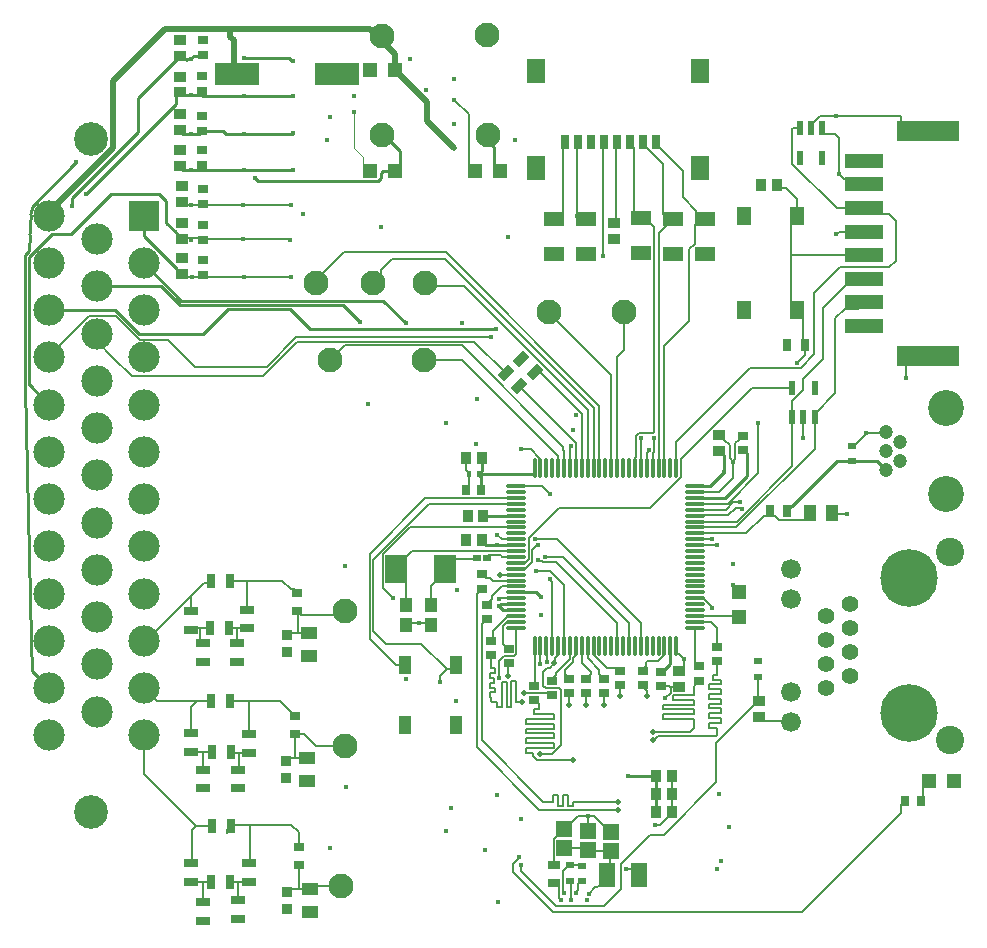
<source format=gtl>
G04*
G04 #@! TF.GenerationSoftware,Altium Limited,Altium Designer,22.11.1 (43)*
G04*
G04 Layer_Physical_Order=1*
G04 Layer_Color=255*
%FSLAX25Y25*%
%MOIN*%
G70*
G04*
G04 #@! TF.SameCoordinates,B9669DE6-A21E-4E6A-9EE2-FAEABAE17C55*
G04*
G04*
G04 #@! TF.FilePolarity,Positive*
G04*
G01*
G75*
%ADD14C,0.01000*%
%ADD20C,0.00600*%
%ADD23R,0.03197X0.02985*%
%ADD24R,0.03937X0.03543*%
G04:AMPARAMS|DCode=25|XSize=49.21mil|YSize=31.5mil|CornerRadius=0mil|HoleSize=0mil|Usage=FLASHONLY|Rotation=45.000|XOffset=0mil|YOffset=0mil|HoleType=Round|Shape=Rectangle|*
%AMROTATEDRECTD25*
4,1,4,-0.00626,-0.02854,-0.02854,-0.00626,0.00626,0.02854,0.02854,0.00626,-0.00626,-0.02854,0.0*
%
%ADD25ROTATEDRECTD25*%

%ADD26R,0.04921X0.03150*%
%ADD27R,0.03150X0.04921*%
%ADD28R,0.03400X0.03100*%
%ADD29R,0.05512X0.04134*%
%ADD30R,0.03591X0.03772*%
%ADD31R,0.04724X0.04724*%
%ADD32R,0.04724X0.04724*%
%ADD33R,0.03150X0.03740*%
%ADD34R,0.03937X0.06299*%
%ADD35R,0.03394X0.02894*%
%ADD36O,0.07087X0.01181*%
%ADD37O,0.01181X0.07087*%
%ADD38R,0.04331X0.04921*%
%ADD39R,0.07480X0.09449*%
%ADD40R,0.02559X0.02362*%
%ADD41R,0.03150X0.03937*%
%ADD42R,0.03963X0.05544*%
%ADD43R,0.02985X0.03197*%
%ADD44R,0.03543X0.03937*%
%ADD45R,0.01575X0.01968*%
%ADD46R,0.03937X0.02953*%
%ADD47R,0.05591X0.08386*%
%ADD48R,0.05709X0.05315*%
%ADD49R,0.04134X0.03543*%
%ADD50R,0.03543X0.02953*%
%ADD51R,0.02362X0.04528*%
%ADD52R,0.07087X0.04528*%
%ADD53R,0.20866X0.06693*%
%ADD54R,0.12598X0.04724*%
%ADD55R,0.05118X0.06102*%
%ADD56R,0.03150X0.04724*%
%ADD57R,0.05906X0.07874*%
%ADD58R,0.14961X0.07677*%
%ADD59R,0.03150X0.02362*%
%ADD76R,0.03150X0.02165*%
%ADD84C,0.10433*%
%ADD85C,0.11221*%
%ADD86R,0.10433X0.10433*%
%ADD94C,0.00400*%
%ADD95C,0.01968*%
%ADD96C,0.00598*%
%ADD97C,0.08268*%
%ADD98C,0.11957*%
%ADD99C,0.05512*%
%ADD100C,0.06614*%
%ADD101C,0.09449*%
%ADD102C,0.19193*%
%ADD103C,0.04724*%
%ADD104C,0.02000*%
%ADD105C,0.01772*%
D14*
X292907Y428393D02*
G03*
X292905Y428328I998J-65D01*
G01*
Y425345D02*
G03*
X292671Y424768I764J-646D01*
G01*
X293139Y431824D02*
G03*
X293105Y431432I6074J-722D01*
G01*
X293098Y289228D02*
G03*
X293099Y289188I6115J142D01*
G01*
X447204Y321260D02*
X454850D01*
X351399Y484433D02*
X351580Y484252D01*
X347399Y484433D02*
X351399D01*
X386221Y393307D02*
X448032D01*
X379528Y400000D02*
X386221Y393307D01*
X342683Y401400D02*
X397025D01*
X343263Y402800D02*
X410586D01*
X330709Y415354D02*
X343263Y402800D01*
X336603Y407480D02*
X342683Y401400D01*
X358661Y400000D02*
X379528D01*
X350394Y391732D02*
X358661Y400000D01*
X397025Y401400D02*
X402756Y395669D01*
X410586Y402800D02*
X418110Y395276D01*
X329134Y391732D02*
X350394D01*
X321260Y399606D02*
X329134Y391732D01*
X299213Y399606D02*
X321260D01*
X328688Y459006D02*
Y470322D01*
X306693Y437011D02*
X328688Y459006D01*
X311417Y438378D02*
X341445Y468406D01*
X306693Y434252D02*
Y437011D01*
X311417Y438189D02*
Y438378D01*
X341445Y468406D02*
Y470874D01*
X341823Y471252D01*
X342913D01*
Y472146D01*
X293139Y431824D02*
X293389Y433929D01*
X308279Y448819D01*
X314961Y407480D02*
X336603D01*
X338189Y428748D02*
X340967Y425970D01*
X335827Y438189D02*
X338189Y435827D01*
X319743Y438189D02*
X335827D01*
X338189Y428748D02*
Y435827D01*
X341840Y424598D02*
X343111Y423327D01*
X340967Y425970D02*
X340967D01*
X306540Y424986D02*
X319743Y438189D01*
X341840Y424598D02*
Y425097D01*
X340967Y425970D02*
X341840Y425097D01*
X330709Y424386D02*
X341840Y413255D01*
Y412787D02*
Y413255D01*
Y412787D02*
X343111Y411516D01*
X330709Y424386D02*
Y431102D01*
X343111Y411516D02*
X343308D01*
X343111Y423327D02*
X343308D01*
X291120Y374223D02*
Y417891D01*
X292033Y418805D01*
X292324Y419447D02*
X292670Y424764D01*
X292520Y374803D02*
Y417311D01*
X292033Y418805D02*
X292324Y419447D01*
X292520Y417311D02*
X300194Y424986D01*
X292905Y425345D02*
Y428328D01*
X292907Y428393D02*
X293105Y431432D01*
X292670Y424764D02*
X292671Y424768D01*
X300194Y424986D02*
X306540D01*
X291120Y374223D02*
X293098Y289228D01*
X292520Y374803D02*
X292813Y374510D01*
X299213Y368110D01*
X293099Y289188D02*
X293389Y279446D01*
X299213Y273622D01*
X328688Y470322D02*
X342717Y484350D01*
X342913D01*
X346560Y471154D02*
X350001D01*
X343119D02*
X346560D01*
X346415Y446457D02*
X349320D01*
X367717Y443701D02*
X367925D01*
X368825Y442801D01*
X408837D01*
X409673Y443636D01*
Y445228D01*
X410508Y446063D01*
X414370D01*
X350001Y471154D02*
X350288Y470866D01*
X364173D01*
X342914Y459154D02*
X343899Y458169D01*
X345965D02*
X346063Y458268D01*
X348316D01*
X350000Y459341D02*
X357194D01*
X348397Y458349D02*
X349008D01*
X343899Y458169D02*
X345965D01*
X348316Y458268D02*
X348397Y458349D01*
X349008D02*
X350000Y459341D01*
X364173Y470866D02*
X380316D01*
X364173Y470866D02*
X364173Y470866D01*
X380316D02*
X380316Y470866D01*
X342914Y471358D02*
X343119Y471154D01*
X346457Y483491D02*
X347399Y484433D01*
X345128Y483317D02*
X346309D01*
X346457Y483465D02*
Y483491D01*
X346309Y483317D02*
X346457Y483465D01*
X344882Y483071D02*
X345128Y483317D01*
X364173Y483571D02*
X379238D01*
X380132Y482677D01*
X380316D01*
X350000Y446456D02*
X352906D01*
X352907Y446457D02*
X358514D01*
X352906Y446456D02*
X352907Y446457D01*
X358514Y446457D02*
X380315D01*
X343801Y446456D02*
X346456D01*
X342914Y447342D02*
X343801Y446456D01*
X349320Y446457D02*
X350000Y447136D01*
X364173Y458268D02*
X364173Y458268D01*
X358268D02*
X364173D01*
X364173Y458268D02*
X380315D01*
X357194Y459341D02*
X358268Y458268D01*
X447547Y447925D02*
Y454029D01*
Y447925D02*
X449409Y446063D01*
X445472Y456104D02*
Y458071D01*
Y456104D02*
X447547Y454029D01*
X416005Y447698D02*
Y452787D01*
X414370Y446063D02*
X416005Y447698D01*
X410919Y457874D02*
X416005Y452787D01*
X410236Y457874D02*
X410919D01*
X447010Y321454D02*
X447204Y321260D01*
X443432Y322726D02*
Y322923D01*
X444704Y321454D02*
X447010D01*
X443432Y322726D02*
X444704Y321454D01*
X506228Y281743D02*
Y287598D01*
X503570Y279085D02*
X506228Y281743D01*
X503275Y279085D02*
X503570D01*
X443006Y343983D02*
Y344180D01*
Y339773D02*
Y343983D01*
X460869Y344873D02*
X460953Y344957D01*
Y347047D01*
X442312Y344873D02*
X460869D01*
X460953Y347047D02*
Y347939D01*
X460869Y348023D02*
X460953Y347939D01*
X444132Y331023D02*
X448875D01*
X443932Y330823D02*
X444132Y331023D01*
X454816Y331068D02*
X454850Y331102D01*
X448920Y331068D02*
X454816D01*
X448875Y331023D02*
X448920Y331068D01*
X454850Y305512D02*
X461447D01*
X463136Y303823D01*
X442312Y344873D02*
X443006Y344180D01*
X442312Y345070D02*
X443395Y346153D01*
X442312Y344676D02*
Y344873D01*
X449075Y301123D02*
X449198D01*
X449650Y301575D01*
X454850D01*
X514299Y340945D02*
X519597D01*
X531847Y344256D02*
Y351984D01*
X530575Y352961D02*
X530870D01*
X531847Y351984D01*
X450457Y299641D02*
X454816D01*
X448989Y301109D02*
X450457Y299641D01*
X454816D02*
X454850Y299606D01*
X514299Y337008D02*
X524598D01*
X531847Y344256D01*
X448989Y301109D02*
Y301123D01*
X524175Y345523D02*
X524175D01*
X519597Y340945D02*
X524175Y345523D01*
X501317Y244423D02*
X501517Y244223D01*
X491975Y244423D02*
X501317D01*
X501517Y238223D02*
Y244223D01*
X501560Y232223D02*
Y238180D01*
X501517Y238223D02*
X501560Y238180D01*
X442312Y344676D02*
X443006Y343983D01*
X443395Y346153D02*
Y350273D01*
X442312Y344873D02*
Y345070D01*
X524043Y345654D02*
X524175Y345523D01*
X524043Y345654D02*
Y351394D01*
X522575Y352665D02*
X522772D01*
X524043Y351394D01*
X561767Y349262D02*
X566875D01*
X546696Y334191D02*
X561767Y349262D01*
X566875D02*
X575162D01*
X578150Y346274D01*
X546302Y334191D02*
X546696D01*
X545227Y333117D02*
X546302Y334191D01*
X545227Y332723D02*
Y333117D01*
D20*
X446261Y310398D02*
X447210Y309449D01*
X454850D01*
X449382Y311333D02*
X449424Y311375D01*
X454808D02*
X454850Y311417D01*
X449424Y311375D02*
X454808D01*
X461417Y312598D02*
X466140D01*
X448425Y324803D02*
X450000Y323228D01*
X419292Y327165D02*
X454850D01*
X410361Y318234D02*
X419292Y327165D01*
X454850Y323228D02*
X454853Y323226D01*
X450000Y323228D02*
X454850D01*
X491475Y213423D02*
X493861D01*
X495866Y211417D01*
X481945Y207230D02*
X482239Y207524D01*
X482741D01*
X485236Y210020D01*
Y211417D01*
X481182Y207230D02*
X481945D01*
X479075Y205123D02*
X481182Y207230D01*
X485236Y211417D02*
X486260Y212441D01*
Y218958D01*
X486475Y219173D01*
X479375D02*
X486260D01*
X486475D01*
X452175Y277523D02*
Y281642D01*
X452362Y281829D01*
X450607Y288180D02*
Y294379D01*
Y288180D02*
X452112Y286675D01*
X452362D01*
X451898Y295669D02*
X454850D01*
X450607Y294379D02*
X451898Y295669D01*
X450625Y284226D02*
X454048D01*
X454850Y285029D02*
Y293701D01*
X449043Y277037D02*
Y282644D01*
X454048Y284226D02*
X454850Y285029D01*
X449043Y282644D02*
X450625Y284226D01*
X425394Y407677D02*
X437344D01*
X424409Y408661D02*
X425394Y407677D01*
X478669Y347047D02*
Y366352D01*
X437344Y407677D02*
X478669Y366352D01*
X407087Y408661D02*
X407874Y407874D01*
X409055D01*
X480638Y347047D02*
Y367117D01*
X431110Y416645D02*
X480638Y367117D01*
X413495Y416645D02*
X431110D01*
X409758Y412908D02*
X413495Y416645D01*
X409758Y408577D02*
Y412908D01*
X409055Y407874D02*
X409758Y408577D01*
X397329Y418898D02*
X431479D01*
X388224Y409793D02*
X397329Y418898D01*
X388224Y408697D02*
Y409793D01*
X482606Y347047D02*
Y367770D01*
X431479Y418898D02*
X482606Y367770D01*
X370472Y377559D02*
X381890Y388976D01*
X440945D01*
X326772Y377559D02*
X370472D01*
X347734Y380764D02*
X371709D01*
X381496Y390551D02*
X446457D01*
X371709Y380764D02*
X381496Y390551D01*
X440945Y388976D02*
X451316Y378605D01*
X451316D01*
X488512Y383839D02*
X490874Y386201D01*
Y398819D01*
X488512Y347047D02*
Y383839D01*
X483858Y455626D02*
X484020Y455787D01*
X483858Y417717D02*
Y455626D01*
X494417Y350157D02*
X494771Y350511D01*
Y357785D01*
X494417Y347047D02*
Y350157D01*
X500700Y359124D02*
Y427253D01*
X496457Y430217D02*
X497736D01*
X500700Y427253D01*
X495177Y430217D02*
X496461D01*
X502447Y356389D02*
Y425183D01*
X502291Y356234D02*
X502447Y356389D01*
Y425183D02*
X507087Y429823D01*
X500349Y358772D02*
X500700Y359124D01*
X495758Y358772D02*
X500349D01*
X502291Y347047D02*
Y356234D01*
X500761Y352290D02*
Y357088D01*
X504260Y387508D02*
X512598Y395847D01*
X504260Y347047D02*
Y387508D01*
X498354Y351950D02*
X499076Y352671D01*
X500323Y351851D02*
X500761Y352290D01*
X498354Y347047D02*
Y351950D01*
X494771Y357785D02*
X495758Y358772D01*
X500323Y347047D02*
Y351851D01*
X499076Y352671D02*
Y352988D01*
X415660Y281236D02*
X416048D01*
X418110Y283298D02*
Y283686D01*
X415660Y281236D02*
X417717D01*
X415048D02*
X415660D01*
X416048D02*
X418110Y283298D01*
X405976Y290108D02*
X414848Y281236D01*
X405976Y290108D02*
Y318377D01*
X424606Y337008D02*
X454850D01*
X405976Y318377D02*
X424606Y337008D01*
X423258Y288362D02*
X431777Y279842D01*
X406976Y292681D02*
X411295Y288362D01*
X423258D01*
X406976Y292681D02*
Y316263D01*
X425752Y335039D02*
X454850D01*
X406976Y316263D02*
X425752Y335039D01*
X431777Y279842D02*
X433071D01*
X434646Y281417D01*
X429514Y277579D02*
X431777Y279842D01*
X429514Y275968D02*
Y277579D01*
X429340Y275794D02*
X429514Y275968D01*
X338723Y389775D02*
X347734Y380764D01*
X321520Y397649D02*
X329394Y389775D01*
X338723D01*
X312510Y397649D02*
X321520D01*
X299213Y384351D02*
X312510Y397649D01*
X299213Y383858D02*
Y384351D01*
X320228Y384103D02*
X326772Y377559D01*
X320228Y384103D02*
X320228Y384103D01*
X314961Y389370D02*
Y391732D01*
Y389370D02*
X320228Y384103D01*
Y384103D02*
Y384103D01*
X392913Y383071D02*
X397747Y387905D01*
X436734D02*
X470575Y354064D01*
X397747Y387905D02*
X436734D01*
X470575Y353023D02*
Y354064D01*
Y353023D02*
X470685Y352913D01*
X343308Y423721D02*
X350190D01*
X363780Y434646D02*
X379922D01*
X346457D02*
X363780D01*
X331383Y289370D02*
X346457Y304443D01*
X330709Y289370D02*
X331383D01*
X330709Y273622D02*
X335039Y269291D01*
X348425D01*
X330709Y244837D02*
X347978Y227568D01*
X330709Y244837D02*
Y257874D01*
X470486Y394081D02*
X486543Y378024D01*
X470486Y394081D02*
Y394081D01*
X465748Y398819D02*
X470486Y394081D01*
X455770Y374151D02*
X474732Y355189D01*
X455770Y374151D02*
Y374151D01*
X474732Y347047D02*
Y355189D01*
X460953Y378875D02*
X461014Y378936D01*
X462816D01*
X476701Y365052D01*
X364961Y309449D02*
X376916D01*
X359449D02*
X364961D01*
Y299803D02*
Y309449D01*
X359449Y309449D02*
X359449Y309449D01*
X376916D02*
X379702Y306662D01*
X410361Y306962D02*
X413779Y303543D01*
X413891D01*
X410361Y306962D02*
Y318234D01*
X379702Y306662D02*
X380640D01*
X381890Y305412D01*
X350675Y308661D02*
X352362D01*
X353150Y309449D01*
X346457Y304443D02*
X350675Y308661D01*
X346457Y299213D02*
Y304443D01*
X384099Y258367D02*
X388135Y254331D01*
X397638D01*
X381102Y258367D02*
X384099D01*
X364173Y410630D02*
X364173Y410630D01*
X379921D01*
X346850Y410630D02*
X364173D01*
X344685Y410630D02*
X346850D01*
X343701Y411614D02*
X344685Y410630D01*
X362353Y246605D02*
Y251969D01*
X362205Y246457D02*
X362353Y246605D01*
Y251969D02*
X365748D01*
X358959D02*
X362353D01*
X359353Y252362D02*
X359842D01*
X358959Y251969D02*
X359353Y252362D01*
X359449Y208079D02*
Y208965D01*
X362598D01*
X365748D01*
X362205Y202922D02*
Y208571D01*
X358858Y293504D02*
X361417D01*
X364961D01*
X361417D02*
X361811Y293110D01*
Y288583D02*
Y293110D01*
X350000Y252362D02*
X353543D01*
X346457D02*
X350000D01*
X350394Y246457D02*
Y251969D01*
X350000Y252362D02*
X350394Y251969D01*
X346457Y208965D02*
X353150D01*
X350394Y202371D02*
Y208571D01*
X346457Y208965D02*
X346457Y208965D01*
X349606Y293701D02*
X352756D01*
X346457D02*
X349606D01*
Y289370D02*
X350394Y288583D01*
X349606Y289370D02*
Y293701D01*
X346457Y292913D02*
X346542Y292828D01*
X346457Y292913D02*
Y293701D01*
X350190Y423721D02*
X350682Y423228D01*
X363779D01*
X379211D02*
X379605Y422835D01*
X379922D01*
X363779Y423228D02*
X379211D01*
X344194Y434646D02*
X346457D01*
X343308Y435532D02*
X344194Y434646D01*
X550098Y199023D02*
X583076Y232000D01*
Y234552D01*
X584350Y235827D01*
X455710Y216916D02*
Y217233D01*
X453775Y214981D02*
X455710Y216916D01*
X453775Y212223D02*
Y214981D01*
Y212223D02*
X466975Y199023D01*
X550098D01*
X528937Y297638D02*
X529134Y297441D01*
X514299Y297638D02*
X528937D01*
X434252Y469685D02*
X439080Y464857D01*
Y448125D02*
Y464857D01*
Y448125D02*
X441142Y446063D01*
X366142Y228132D02*
X379651D01*
X359842D02*
X366142D01*
X359842Y227568D02*
Y228132D01*
X347978Y227568D02*
X353543D01*
X359842Y226682D02*
Y227568D01*
X346850Y226441D02*
X347978Y227568D01*
X358555Y226281D02*
X359842Y227568D01*
X379651Y228132D02*
X382283Y225500D01*
X358555Y225395D02*
X359842Y226682D01*
X358555Y225395D02*
Y226281D01*
X382283Y220776D02*
Y225500D01*
X366142Y215657D02*
Y228132D01*
X346850Y215657D02*
Y226441D01*
X346457Y215264D02*
X346850Y215657D01*
X365748Y215264D02*
X366142Y215657D01*
X382283Y206944D02*
Y214676D01*
X387205Y207489D02*
X396457D01*
X386221Y206505D02*
X387205Y207489D01*
X382283Y206944D02*
X382722Y206505D01*
X386221D01*
X379224D02*
X382722D01*
X378346Y205627D02*
X379224Y206505D01*
X486543Y347047D02*
Y378024D01*
X472869Y347153D02*
Y354317D01*
X472975Y354423D01*
X496421Y347083D02*
Y357051D01*
X496457Y357087D01*
X496386Y347047D02*
X496421Y347083D01*
X476701Y347047D02*
Y365052D01*
X463386Y340945D02*
X466142Y338189D01*
X454850Y340945D02*
X463386D01*
X454850Y315354D02*
X457803D01*
X444623Y310398D02*
X446261D01*
X443476Y311545D02*
X444623Y310398D01*
X460125Y315708D02*
Y319497D01*
X461888Y321260D01*
X546850Y373622D02*
Y373728D01*
X533486Y373622D02*
X546850D01*
X509940Y350076D02*
X533486Y373622D01*
X509940Y344012D02*
Y350076D01*
X499564Y333636D02*
X509940Y344012D01*
X469047Y333636D02*
X499564D01*
X459123Y323712D02*
X469047Y333636D01*
X459123Y316674D02*
Y323712D01*
X457803Y315354D02*
X459123Y316674D01*
X461024Y323228D02*
X468504D01*
X424016Y383071D02*
X436614D01*
X422835D02*
X424016D01*
X514299Y282070D02*
X515525Y280844D01*
X514299Y282070D02*
Y293701D01*
X515525Y280844D02*
X515776D01*
X521673Y287446D02*
Y293681D01*
X514299Y295669D02*
X519685D01*
X521673Y293681D01*
X381890Y299312D02*
X383140Y298062D01*
X383611D02*
X383641Y298031D01*
X396457D02*
X397638Y299213D01*
X383140Y298062D02*
X383611D01*
X383641Y298031D02*
X396457D01*
X378346Y291354D02*
X379842Y289859D01*
X382040Y291929D02*
Y299312D01*
X378346Y291354D02*
Y291445D01*
X382040Y291929D02*
X385827D01*
X378346Y291445D02*
X379096D01*
X379580Y291929D02*
X382040D01*
X379205Y292304D02*
X379580Y291929D01*
X378346Y291445D02*
X379205Y292304D01*
X379096Y291445D02*
X379580Y291929D01*
X348425Y269291D02*
X353150D01*
X346457Y258661D02*
Y267323D01*
X348425Y269291D01*
X365354D02*
X376128D01*
X359449D02*
X365354D01*
X365748Y268898D01*
Y258268D02*
Y268898D01*
X376128Y269291D02*
X380952Y264467D01*
X381102D01*
Y250591D02*
Y258367D01*
Y250591D02*
X381496Y250197D01*
X385039D01*
X378399D02*
X381496D01*
X377953Y249319D02*
X378399Y249765D01*
Y250197D01*
X512598Y419888D02*
X514473Y421762D01*
X512598Y395847D02*
Y419888D01*
X516868Y429823D02*
X517717D01*
X516437D02*
X516868D01*
X514473Y427859D02*
X516437Y429823D01*
X514473Y421762D02*
Y427859D01*
X505807Y429823D02*
X507087D01*
X503843Y431787D02*
X505807Y429823D01*
X503843Y431787D02*
Y448169D01*
X497012Y455000D02*
X503843Y448169D01*
X493956Y430217D02*
Y453725D01*
Y430217D02*
X495177D01*
X488181Y455618D02*
X488350Y455787D01*
X488181Y428360D02*
Y455618D01*
X497012Y455000D02*
Y455787D01*
X510361Y437179D02*
Y445982D01*
X514904Y431787D02*
X516868Y429823D01*
X514904Y431787D02*
Y432635D01*
X510361Y437179D02*
X514904Y432635D01*
X501342Y455000D02*
Y455787D01*
Y455000D02*
X510361Y445982D01*
X492681Y455000D02*
Y455787D01*
X470181Y431102D02*
X470575D01*
Y455335D02*
X471028Y455787D01*
X470575Y455335D02*
X471028Y455787D01*
X470575Y431102D02*
Y455335D01*
X475213Y455787D02*
X475358D01*
X475197Y455772D02*
X475213Y455787D01*
X470575Y455335D02*
X471028Y455787D01*
X475197Y431102D02*
Y455772D01*
X436614Y383071D02*
X468802Y350883D01*
Y347072D02*
X468827Y347047D01*
X468802Y347072D02*
Y350883D01*
X444980Y316929D02*
X445861Y317810D01*
X418499Y317747D02*
X420043Y319291D01*
X450133Y317323D02*
X454850D01*
X445861Y317810D02*
X449646D01*
X418344Y317747D02*
X418499D01*
X420043Y319291D02*
X454850D01*
X449646Y317810D02*
X450133Y317323D01*
X414904Y314307D02*
X418344Y317747D01*
X470472Y317323D02*
X492449Y295346D01*
X464567Y317323D02*
X470472D01*
X463588Y315917D02*
X463869Y315637D01*
X468221D01*
X462429Y315917D02*
X463588D01*
X462205Y316142D02*
X462429Y315917D01*
X457803Y313386D02*
X460125Y315708D01*
X468221Y315637D02*
X488512Y295346D01*
Y287598D02*
Y295346D01*
X468504Y323228D02*
X496386Y295346D01*
X461888Y321260D02*
X462205D01*
X466858Y287598D02*
Y308809D01*
X466140Y312598D02*
X470795Y307943D01*
X466142Y309525D02*
Y309842D01*
Y309525D02*
X466858Y308809D01*
X470795Y287598D02*
Y307943D01*
X535433Y269427D02*
Y277362D01*
Y269427D02*
X535579Y269280D01*
X535585Y282351D02*
Y282410D01*
X535474Y282521D02*
X535585Y282410D01*
X527165Y307677D02*
X529134Y305709D01*
X527165Y307677D02*
Y307874D01*
X472764Y283155D02*
Y287598D01*
X466776Y276844D02*
X467026D01*
X468173Y277991D02*
Y278564D01*
X470975Y279629D02*
X473764Y282418D01*
X467026Y276844D02*
X468173Y277991D01*
X474732Y284488D02*
Y287598D01*
X470975Y278252D02*
Y279629D01*
X473764Y283520D02*
X474732Y284488D01*
X473764Y282418D02*
Y283520D01*
X468173Y278564D02*
X472764Y283155D01*
X470975Y278252D02*
X471951Y277276D01*
X472375D01*
X457375Y272123D02*
X466122D01*
X466775Y271470D01*
X469033Y273646D02*
X469675Y273005D01*
X463943Y274454D02*
X464751Y273646D01*
X469033D01*
X463943Y278979D02*
X465250Y280286D01*
X463943Y274454D02*
Y278979D01*
X469675Y254564D02*
Y273005D01*
X492681Y455000D02*
X493956Y453725D01*
X470685Y347158D02*
X470795Y347047D01*
X470685Y347158D02*
Y352913D01*
X526075Y350323D02*
X527275Y349123D01*
X459772Y353150D02*
X462921Y350000D01*
X456299Y353150D02*
X459772D01*
X462921Y347047D02*
Y350000D01*
X438976Y344882D02*
X439153D01*
X439162Y344873D01*
X417975Y294776D02*
X418474Y295276D01*
X425976D01*
X492449Y287598D02*
Y295346D01*
X496386Y287598D02*
Y295346D01*
X506406Y272054D02*
Y273901D01*
X504575Y270223D02*
X506406Y272054D01*
X454850Y313386D02*
X457803D01*
X441775Y253900D02*
Y304470D01*
Y253900D02*
X462552Y233123D01*
X434246Y316523D02*
X441228D01*
X441634Y316929D01*
X431046Y313323D02*
X434246Y316523D01*
X529065Y333647D02*
X529751D01*
X527241Y335575D02*
X529167D01*
X529345Y335753D01*
X529751Y333647D02*
X529975Y333423D01*
X546835Y347683D02*
Y363902D01*
X514299Y329134D02*
X528286D01*
X546835Y347683D01*
X529038Y333675D02*
X529065Y333647D01*
X514333Y331137D02*
X525490D01*
X528028Y333675D01*
X514299Y333071D02*
X514333Y333037D01*
X524703D01*
X527241Y335575D01*
X528028Y333675D02*
X529038D01*
X514299Y331102D02*
X514333Y331137D01*
X546835Y373744D02*
X546850Y373728D01*
X535575Y345323D02*
Y361759D01*
X535511Y361823D02*
X535575Y361759D01*
X548433Y399673D02*
X550575Y397532D01*
X546433Y401673D02*
X548433Y399673D01*
X443328Y256270D02*
Y274066D01*
X443406Y294402D02*
Y294894D01*
X441775Y304470D02*
X441806Y304502D01*
X471072Y226572D02*
X475322Y230823D01*
X462552Y233123D02*
X488875D01*
X443336Y274074D02*
Y294331D01*
X475322Y230823D02*
X478775D01*
X470875Y226572D02*
X471072D01*
X473978Y235707D02*
X488875D01*
X441806Y304502D02*
Y304994D01*
X443328Y274066D02*
X443336Y274074D01*
Y294331D02*
X443406Y294402D01*
X443328Y256270D02*
X463891Y235707D01*
X444583Y296070D02*
X445075D01*
X443406Y294894D02*
X444583Y296070D01*
X470678Y226572D02*
X470875D01*
X425976Y295276D02*
X426475Y294776D01*
X472764Y347047D02*
X472869Y347153D01*
X414904Y313323D02*
X417975Y310252D01*
Y301469D02*
Y310252D01*
X414904Y313323D02*
Y314307D01*
X431046Y312339D02*
Y313323D01*
X542818Y440351D02*
X544704D01*
X541732Y441437D02*
X542818Y440351D01*
X544704D02*
X548433Y436622D01*
Y430972D02*
Y436622D01*
X462863Y281723D02*
X462892Y281752D01*
Y287569D01*
X462921Y287598D01*
X467861Y282143D02*
Y283522D01*
X467605Y281888D02*
X467861Y282143D01*
X467593Y281888D02*
X467605D01*
X465990Y280286D02*
X467593Y281888D01*
X465001Y282272D02*
X465135Y282138D01*
X464775Y235707D02*
X465678D01*
Y235698D02*
Y235707D01*
Y235698D02*
X467278D01*
Y237903D01*
X468878D01*
Y234207D02*
Y237903D01*
Y234207D02*
X470478D01*
Y237903D01*
X472078D01*
Y234207D02*
Y237903D01*
Y234207D02*
X473678D01*
Y235707D01*
X473978D01*
X521675Y278023D02*
Y280423D01*
X520364Y278023D02*
X521675D01*
X520364Y276423D02*
Y278023D01*
Y276423D02*
X523175D01*
Y274823D02*
Y276423D01*
X519239Y274823D02*
X523175D01*
X519239Y273223D02*
Y274823D01*
Y273223D02*
X523175D01*
Y271623D02*
Y273223D01*
X519239Y271623D02*
X523175D01*
X519239Y270023D02*
Y271623D01*
Y270023D02*
X523175D01*
Y268423D02*
Y270023D01*
X519239Y268423D02*
X523175D01*
X519239Y266823D02*
Y268423D01*
Y266823D02*
X523175D01*
Y265223D02*
Y266823D01*
X519239Y265223D02*
X523175D01*
X519239Y263623D02*
Y265223D01*
Y263623D02*
X523175D01*
Y262023D02*
Y263623D01*
X519239Y262023D02*
X523175D01*
X519239Y260423D02*
Y262023D01*
Y260423D02*
X521675D01*
Y260123D02*
Y260423D01*
X514106Y272875D02*
Y274001D01*
Y272875D02*
X514122D01*
Y271275D02*
Y272875D01*
X507041Y271275D02*
X514122D01*
X507041Y269675D02*
Y271275D01*
Y269675D02*
X514122D01*
Y268075D02*
Y269675D01*
X503771Y268075D02*
X514122D01*
X503771Y266475D02*
Y268075D01*
Y266475D02*
X514122D01*
Y264875D02*
Y266475D01*
X503771Y264875D02*
X514122D01*
X503771Y263275D02*
Y264875D01*
Y263275D02*
X514106D01*
Y262975D02*
Y263275D01*
X446375Y280158D02*
Y283054D01*
Y280158D02*
X447875D01*
Y278558D02*
Y280158D01*
X446072Y278558D02*
X447875D01*
X446072Y276958D02*
Y278558D01*
Y276958D02*
X447343D01*
Y275359D02*
Y276958D01*
X446072Y275359D02*
X447343D01*
X446072Y273759D02*
Y275359D01*
Y273759D02*
X447875D01*
Y272159D02*
Y273759D01*
X446072Y272159D02*
X447875D01*
X446072Y270559D02*
Y272159D01*
Y270559D02*
X446375D01*
Y270258D02*
Y270559D01*
X462554Y266496D02*
Y266888D01*
X460940Y266496D02*
X462554D01*
X460940Y264896D02*
Y266496D01*
Y264896D02*
X467392D01*
Y263296D02*
Y264896D01*
X458003Y263296D02*
X467392D01*
X458003Y261696D02*
Y263296D01*
Y261696D02*
X467392D01*
Y260096D02*
Y261696D01*
X458003Y260096D02*
X467392D01*
X458003Y258496D02*
Y260096D01*
Y258496D02*
X467392D01*
Y256896D02*
Y258496D01*
X458003Y256896D02*
X467392D01*
X458003Y255296D02*
Y256896D01*
Y255296D02*
X467392D01*
Y253696D02*
Y255296D01*
X458003Y253696D02*
X467392D01*
X458003Y252096D02*
Y253696D01*
Y252096D02*
X460307D01*
Y251796D02*
Y252096D01*
X446726Y269023D02*
X448459D01*
Y267327D02*
Y269023D01*
Y267327D02*
X450059D01*
Y275639D01*
X451659D01*
Y267327D02*
Y275639D01*
Y267327D02*
X453259D01*
Y275942D01*
X454859D01*
Y269023D02*
Y275942D01*
Y269023D02*
X456759D01*
X476701Y287598D02*
X476735Y287564D01*
Y281862D02*
Y287564D01*
Y281862D02*
X479775Y278823D01*
X479643Y278691D02*
X479775Y278823D01*
X479643Y278252D02*
Y278691D01*
X478667Y277276D02*
X479643Y278252D01*
X478175Y277276D02*
X478667D01*
X426475Y301469D02*
Y307768D01*
X431046Y312339D01*
X483483Y277276D02*
X483975D01*
X478669Y287598D02*
X478704Y287564D01*
Y283594D02*
X482506Y279791D01*
Y278252D02*
Y279791D01*
Y278252D02*
X483483Y277276D01*
X478704Y283594D02*
Y287564D01*
X480638Y284646D02*
X484955Y280328D01*
X480638Y284646D02*
Y287598D01*
X489222Y280328D02*
X489575Y279976D01*
X484955Y280328D02*
X489222D01*
X445075Y301976D02*
X445567D01*
X446743Y303152D01*
Y304152D01*
X447088Y304497D01*
X447096D01*
X450079Y307480D01*
X454850D01*
X497075Y279876D02*
X497102D01*
X498279Y281052D01*
Y282271D01*
X498630Y282623D01*
X504260Y284789D02*
Y287598D01*
X498630Y282623D02*
X502094D01*
X504260Y284789D01*
X452041Y297638D02*
X454850D01*
X447167Y290768D02*
Y292764D01*
X446375Y289976D02*
X447167Y290768D01*
Y292764D02*
X452041Y297638D01*
X539322Y332339D02*
Y332723D01*
X539519Y332132D02*
X540597Y331054D01*
X540990D01*
X542438Y329607D01*
X549550D01*
X552731Y331332D02*
Y332123D01*
X551050Y329651D02*
X552731Y331332D01*
X549594Y329651D02*
X551050D01*
X549550Y329607D02*
X549594Y329651D01*
X531497Y325197D02*
X537365Y331064D01*
X538047D01*
X539322Y332339D01*
X539519Y332132D02*
Y332526D01*
X514299Y325197D02*
X531497D01*
X489575Y271123D02*
Y274070D01*
X561187Y396835D02*
X564428Y400076D01*
X561187Y371856D02*
Y396835D01*
X568615Y400076D02*
X570677Y402138D01*
X564428Y400076D02*
X568615D01*
X556071Y464323D02*
X561375D01*
X561475Y464223D01*
X561575Y464323D01*
X582764D01*
X562529Y425760D02*
X570677D01*
X561892Y425123D02*
X562529Y425760D01*
X561575Y425123D02*
X561892D01*
X557006Y383354D02*
Y400278D01*
X566740Y410012D01*
X570677D01*
X550375Y376723D02*
X557006Y383354D01*
X550375Y372849D02*
Y376723D01*
X546835Y369309D02*
X550375Y372849D01*
X546835Y363902D02*
Y369309D01*
X564201Y443197D02*
X568988D01*
X570677Y441508D01*
X562437Y444961D02*
X564201Y443197D01*
X554315Y364984D02*
X561187Y371856D01*
X554315Y363902D02*
Y364984D01*
X547254Y460244D02*
X549335D01*
X546902Y459893D02*
X547254Y460244D01*
X546902Y448399D02*
Y459893D01*
Y448399D02*
X561667Y433634D01*
X570677D01*
X583142Y462468D02*
Y463945D01*
Y462468D02*
X586188Y459421D01*
X592252D01*
X582764Y464323D02*
X583142Y463945D01*
X572738Y431573D02*
X579175D01*
X570677Y433634D02*
X572738Y431573D01*
X579175D02*
X579176Y431572D01*
Y431521D02*
Y431572D01*
Y431521D02*
X581375Y429323D01*
Y416023D02*
Y429323D01*
X579175Y413823D02*
X581375Y416023D01*
X562775Y413823D02*
X579175D01*
X554275Y405323D02*
X562775Y413823D01*
X554275Y384923D02*
Y405323D01*
X549675Y380323D02*
X554275Y384923D01*
X532875Y380323D02*
X549675D01*
X508197Y355645D02*
X532875Y380323D01*
X508197Y347047D02*
Y355645D01*
X546496Y417886D02*
X570677D01*
X546433Y417823D02*
X546496Y417886D01*
X584875Y377123D02*
Y381178D01*
X587921Y384224D01*
X592252D01*
X562437Y444961D02*
Y457069D01*
X561225Y458280D02*
X562437Y457069D01*
X557696Y458280D02*
X561225D01*
X514302Y323226D02*
X520086D01*
X514299Y323228D02*
X514302Y323226D01*
X514299Y327165D02*
X528217D01*
X508465Y284819D02*
X509278D01*
X508197Y285088D02*
Y287598D01*
Y285088D02*
X508465Y284819D01*
X449035Y303483D02*
X454790D01*
X448975Y303423D02*
X449035Y303483D01*
X514331Y321291D02*
X521743D01*
X514299Y321260D02*
X514331Y321291D01*
X514299Y338976D02*
X522528D01*
X525291Y335039D02*
X535575Y345323D01*
X514299Y303543D02*
X517203D01*
X520275Y300472D01*
X465001Y282272D02*
Y287487D01*
X464890Y287598D02*
X465001Y287487D01*
X467861Y283522D02*
X468827Y284488D01*
Y287598D01*
X454790Y303483D02*
X454850Y303543D01*
X514299Y335039D02*
X525291D01*
X520275Y300423D02*
Y300472D01*
X527275Y343723D02*
Y349123D01*
X522528Y338976D02*
X527275Y343723D01*
X521743Y321291D02*
X521775Y321323D01*
X509278Y284819D02*
X510875Y283223D01*
X554315Y353263D02*
Y363902D01*
X528217Y327165D02*
X554315Y353263D01*
X520086Y323226D02*
X520089Y323223D01*
X449029Y277023D02*
X449043Y277037D01*
X465250Y280286D02*
X465990D01*
X469775Y202809D02*
Y203126D01*
X467475Y208670D02*
X467967D01*
X469143Y207494D01*
Y203757D02*
Y207494D01*
Y203757D02*
X469775Y203126D01*
X472975Y202809D02*
Y209164D01*
X472775Y209364D02*
X472975Y209164D01*
X567367Y354184D02*
X571151Y357967D01*
Y358299D01*
X577976Y358698D02*
X578150Y358872D01*
X571550Y358698D02*
X577976D01*
X571151Y358299D02*
X571550Y358698D01*
X535875Y263965D02*
X537346Y262494D01*
X546119D01*
X546390Y262223D01*
X489755Y215003D02*
X499375Y224623D01*
X489755Y206640D02*
Y215003D01*
X484238Y201123D02*
X489755Y206640D01*
X456599Y212599D02*
Y214299D01*
X468075Y201123D02*
X484238D01*
X456599Y212599D02*
X468075Y201123D01*
X499375Y224623D02*
X504005D01*
X521522Y242140D01*
X456375Y214523D02*
X456599Y214299D01*
X521522Y242140D02*
Y255223D01*
X535579Y269280D01*
X521323Y257623D02*
X521675Y257974D01*
X502029Y257623D02*
X521323D01*
X521675Y257974D02*
Y260123D01*
X501275Y227823D02*
X501499Y228047D01*
X502896D01*
X466911Y251801D02*
X469675Y254564D01*
X462787Y251801D02*
X466911D01*
X460307Y250991D02*
Y251796D01*
X461630Y249668D02*
X473688D01*
X460307Y250991D02*
X461630Y249668D01*
X462554Y266888D02*
Y268383D01*
X472375Y268023D02*
Y271370D01*
X461767Y269170D02*
X462554Y268383D01*
X521675Y280423D02*
Y282070D01*
X514106Y260254D02*
Y262975D01*
X500575Y259023D02*
X512875D01*
X514106Y260254D01*
Y274001D02*
Y274294D01*
X515283Y275470D01*
X515775D01*
X463891Y235707D02*
X464775D01*
X442983Y306170D02*
X443475D01*
X441806Y304994D02*
X442983Y306170D01*
X446375Y269374D02*
X446726Y269023D01*
X446375Y269374D02*
Y270258D01*
Y283054D02*
Y284070D01*
X500591Y256374D02*
X500780D01*
X502029Y257623D01*
X498375Y270823D02*
Y272794D01*
X470875Y205323D02*
Y205640D01*
X474936Y205362D02*
Y205660D01*
X475575Y206299D01*
X470500Y206015D02*
X470875Y205640D01*
X502896Y228047D02*
X506875Y232026D01*
X461275Y269170D02*
X461767D01*
X478207Y267807D02*
Y271338D01*
X478175Y271370D02*
X478207Y271338D01*
X497075Y273970D02*
X497198D01*
X498375Y272794D01*
X510875Y280852D02*
Y283223D01*
X509275Y279380D02*
X509403D01*
X510875Y280852D01*
X506242Y274065D02*
X509275D01*
X503275Y274361D02*
X505775D01*
X505946D02*
X506406Y273901D01*
X506875Y232026D02*
Y232223D01*
X506832Y238223D02*
Y244223D01*
X506875Y232223D02*
Y238180D01*
X506832Y238223D02*
X506875Y238180D01*
X483975Y271370D02*
X484075Y271270D01*
Y267923D02*
Y271270D01*
X439162Y340867D02*
Y344873D01*
X438068Y339773D02*
X439162Y340867D01*
X438080Y346153D02*
Y350273D01*
Y346153D02*
X439162Y345070D01*
Y344873D02*
Y345070D01*
X467320Y214730D02*
X467475Y214576D01*
X467320Y214730D02*
Y223221D01*
X467745Y223645D01*
X467750D02*
X470678Y226572D01*
X467745Y223645D02*
X467750D01*
X478775Y226072D02*
X478875Y225972D01*
X478775Y226072D02*
Y230823D01*
X486278Y225472D02*
X486475D01*
X480928Y230823D02*
X486278Y225472D01*
X478775Y230823D02*
X480928D01*
X470875Y220273D02*
X478275D01*
X478875Y219673D01*
X479375Y219173D01*
X470500Y206015D02*
Y212601D01*
X472381Y214482D01*
X472775D02*
X476575D01*
X476775Y214282D01*
X472381Y214482D02*
X472775D01*
X476456Y209164D02*
X476775D01*
X475575Y208283D02*
X476456Y209164D01*
X475575Y206299D02*
Y208283D01*
X560218Y332123D02*
X560818Y331523D01*
X564975D01*
X566875Y354184D02*
X567367D01*
X550375Y356823D02*
Y363702D01*
X550575Y363902D01*
X548375Y382123D02*
X551028Y384776D01*
Y387823D01*
X527875Y350040D02*
Y355226D01*
X529103Y356454D02*
Y356509D01*
X530279Y357685D02*
X530575D01*
X529103Y356509D02*
X530279Y357685D01*
X527875Y355226D02*
X529103Y356454D01*
X527275Y349440D02*
X527875Y350040D01*
X526075Y350323D02*
Y354623D01*
X524243Y356454D02*
X526075Y354623D01*
X522575Y357980D02*
X522772D01*
X524243Y356509D01*
Y356454D02*
Y356509D01*
X553075Y461327D02*
X556071Y464323D01*
X553075Y460244D02*
Y461327D01*
X550575Y388276D02*
Y397532D01*
Y388276D02*
X551028Y387823D01*
X546433Y417823D02*
Y428972D01*
X548433Y430972D01*
X546433Y401673D02*
Y417823D01*
X556815Y459161D02*
X557696Y458280D01*
X556815Y459161D02*
Y460244D01*
D23*
X350000Y472728D02*
D03*
Y477665D02*
D03*
X350394Y484539D02*
D03*
Y489476D02*
D03*
X350395Y434933D02*
D03*
Y439870D02*
D03*
X350395Y423122D02*
D03*
Y428059D02*
D03*
X350000Y447924D02*
D03*
Y452861D02*
D03*
Y459341D02*
D03*
Y464278D02*
D03*
X350395Y416248D02*
D03*
Y411311D02*
D03*
D24*
X342913Y472146D02*
D03*
Y477461D02*
D03*
Y489665D02*
D03*
Y484350D02*
D03*
X343308Y440846D02*
D03*
Y435532D02*
D03*
X343308Y428642D02*
D03*
Y423327D02*
D03*
X342914Y447736D02*
D03*
Y453051D02*
D03*
Y459547D02*
D03*
Y464862D02*
D03*
X343308Y416831D02*
D03*
Y411516D02*
D03*
X487402Y428642D02*
D03*
Y423327D02*
D03*
X509275Y279380D02*
D03*
Y274065D02*
D03*
X522575Y352665D02*
D03*
Y357980D02*
D03*
D25*
X460953Y378875D02*
D03*
X456498Y383330D02*
D03*
X451316Y378605D02*
D03*
X455770Y374151D02*
D03*
D26*
X362205Y246457D02*
D03*
X365748Y251969D02*
D03*
X362205Y202922D02*
D03*
X365748Y208965D02*
D03*
X361811Y288583D02*
D03*
X364961Y293504D02*
D03*
X350394Y246457D02*
D03*
X346457Y252362D02*
D03*
X350394Y202371D02*
D03*
X346457Y208965D02*
D03*
X350394Y288583D02*
D03*
X346457Y292913D02*
D03*
X364961Y299803D02*
D03*
X346457Y299213D02*
D03*
X350394Y282283D02*
D03*
X361811D02*
D03*
X346457Y258661D02*
D03*
X365748Y258268D02*
D03*
X350394Y240158D02*
D03*
X362205D02*
D03*
X365748Y215264D02*
D03*
X346457Y215264D02*
D03*
X362205Y196623D02*
D03*
X350394Y196072D02*
D03*
D27*
X359842Y252362D02*
D03*
X359449Y208965D02*
D03*
X359055Y293701D02*
D03*
X353543Y252362D02*
D03*
X353150Y208965D02*
D03*
X352756Y293701D02*
D03*
X359449Y309449D02*
D03*
X353150D02*
D03*
X359449Y269291D02*
D03*
X353150D02*
D03*
X353543Y227568D02*
D03*
X359842D02*
D03*
D28*
X381890Y305412D02*
D03*
Y299312D02*
D03*
X381102Y264467D02*
D03*
Y258367D02*
D03*
X382283Y214676D02*
D03*
Y220776D02*
D03*
D29*
X385827Y291929D02*
D03*
Y284449D02*
D03*
X385039Y250197D02*
D03*
Y242717D02*
D03*
X386221Y199025D02*
D03*
Y206505D02*
D03*
D30*
X378346Y291445D02*
D03*
Y285720D02*
D03*
X377953Y249319D02*
D03*
Y243595D02*
D03*
X378346Y199903D02*
D03*
Y205627D02*
D03*
D31*
X529134Y305709D02*
D03*
Y297441D02*
D03*
D32*
X414370Y446063D02*
D03*
X406102D02*
D03*
Y479528D02*
D03*
X414370D02*
D03*
X441142Y446063D02*
D03*
X449409D02*
D03*
X592471Y242723D02*
D03*
X600739D02*
D03*
D33*
X589665Y235827D02*
D03*
X584350D02*
D03*
D34*
X434646Y261417D02*
D03*
Y281417D02*
D03*
X417717Y261235D02*
D03*
Y281236D02*
D03*
D35*
X452362Y281829D02*
D03*
Y286675D02*
D03*
X443476Y306699D02*
D03*
Y311545D02*
D03*
X489575Y274601D02*
D03*
Y279446D02*
D03*
X460630Y269624D02*
D03*
Y274470D02*
D03*
X466892Y271224D02*
D03*
Y276069D02*
D03*
X446375Y284600D02*
D03*
Y289446D02*
D03*
X497075Y274500D02*
D03*
Y279346D02*
D03*
X445075Y296600D02*
D03*
Y301446D02*
D03*
X483976Y271900D02*
D03*
Y276746D02*
D03*
X521673Y282601D02*
D03*
Y287446D02*
D03*
X478173Y271900D02*
D03*
Y276746D02*
D03*
X515776Y275998D02*
D03*
Y280844D02*
D03*
X472374Y271900D02*
D03*
Y276746D02*
D03*
D36*
X454850Y333071D02*
D03*
Y295669D02*
D03*
Y340945D02*
D03*
Y337008D02*
D03*
Y335039D02*
D03*
Y309449D02*
D03*
X514299Y293701D02*
D03*
Y295669D02*
D03*
X454850Y338976D02*
D03*
X514299Y297638D02*
D03*
X454850Y319291D02*
D03*
Y317323D02*
D03*
Y307480D02*
D03*
Y297638D02*
D03*
X514299Y325197D02*
D03*
X454850Y313386D02*
D03*
X514299Y307480D02*
D03*
Y309449D02*
D03*
Y311417D02*
D03*
Y313386D02*
D03*
Y315354D02*
D03*
X454850Y331102D02*
D03*
Y329134D02*
D03*
Y327165D02*
D03*
Y325197D02*
D03*
Y323228D02*
D03*
Y321260D02*
D03*
Y315354D02*
D03*
Y311417D02*
D03*
Y305512D02*
D03*
Y303543D02*
D03*
Y301575D02*
D03*
Y299606D02*
D03*
Y293701D02*
D03*
X514299Y299606D02*
D03*
Y301575D02*
D03*
Y303543D02*
D03*
Y305512D02*
D03*
Y317323D02*
D03*
Y319291D02*
D03*
Y321260D02*
D03*
Y323228D02*
D03*
Y327165D02*
D03*
Y329134D02*
D03*
Y331102D02*
D03*
Y333071D02*
D03*
Y335039D02*
D03*
Y337008D02*
D03*
Y338976D02*
D03*
Y340945D02*
D03*
D37*
X484575Y287598D02*
D03*
X472764D02*
D03*
X474732D02*
D03*
X476701D02*
D03*
X478669D02*
D03*
X480638D02*
D03*
X460953D02*
D03*
X466858Y347047D02*
D03*
X464890D02*
D03*
X474732D02*
D03*
X470795D02*
D03*
X468827D02*
D03*
X478669D02*
D03*
X476701D02*
D03*
X504260Y287598D02*
D03*
X466858D02*
D03*
X488512D02*
D03*
X470795D02*
D03*
X492449D02*
D03*
X496386D02*
D03*
X480638Y347047D02*
D03*
X482606D02*
D03*
X486543D02*
D03*
X488512D02*
D03*
X462921Y287598D02*
D03*
X464890D02*
D03*
X468827D02*
D03*
X482606D02*
D03*
X486543D02*
D03*
X490480D02*
D03*
X494417D02*
D03*
X498354D02*
D03*
X500323D02*
D03*
X502291D02*
D03*
X506228D02*
D03*
X508197D02*
D03*
Y347047D02*
D03*
X506228D02*
D03*
X504260D02*
D03*
X502291D02*
D03*
X500323D02*
D03*
X498354D02*
D03*
X496386D02*
D03*
X494417D02*
D03*
X492449D02*
D03*
X490480D02*
D03*
X484575D02*
D03*
X472764D02*
D03*
X462921D02*
D03*
X460953D02*
D03*
D38*
X417975Y301469D02*
D03*
X426475D02*
D03*
X417975Y294776D02*
D03*
X426475D02*
D03*
D39*
X414904Y313323D02*
D03*
X431046D02*
D03*
D40*
X441634Y316929D02*
D03*
X444980D02*
D03*
D41*
X539322Y332723D02*
D03*
X545122Y387823D02*
D03*
X551028D02*
D03*
X545227Y332723D02*
D03*
D42*
X552731Y332123D02*
D03*
X560218D02*
D03*
D43*
X443006Y339773D02*
D03*
X438068D02*
D03*
D44*
X443432Y322923D02*
D03*
X438117D02*
D03*
X443932Y330823D02*
D03*
X438617D02*
D03*
X438080Y350273D02*
D03*
X443395D02*
D03*
X541732Y441437D02*
D03*
X536417D02*
D03*
X506832Y244223D02*
D03*
X501517D02*
D03*
Y238223D02*
D03*
X506832D02*
D03*
X501560Y232223D02*
D03*
X506875D02*
D03*
D45*
X439162Y344873D02*
D03*
X442312D02*
D03*
D46*
X467475Y208670D02*
D03*
Y214576D02*
D03*
D47*
X485236Y211417D02*
D03*
X495866D02*
D03*
D48*
X470875Y220273D02*
D03*
Y226572D02*
D03*
X478875Y219673D02*
D03*
Y225972D02*
D03*
X486475Y219173D02*
D03*
Y225472D02*
D03*
D49*
X535875Y263965D02*
D03*
Y269280D02*
D03*
D50*
X503275Y274361D02*
D03*
Y279085D02*
D03*
X530575Y357685D02*
D03*
Y352961D02*
D03*
D51*
X546835Y373744D02*
D03*
X554315D02*
D03*
Y363902D02*
D03*
X550575D02*
D03*
X546835D02*
D03*
X556815Y450402D02*
D03*
X549335D02*
D03*
Y460244D02*
D03*
X553075D02*
D03*
X556815D02*
D03*
D52*
X517717Y429823D02*
D03*
Y418209D02*
D03*
X467323D02*
D03*
Y429823D02*
D03*
X477953Y418209D02*
D03*
Y429823D02*
D03*
X496457Y430217D02*
D03*
Y418602D02*
D03*
X507087Y429823D02*
D03*
Y418209D02*
D03*
D53*
X592252Y384224D02*
D03*
Y459421D02*
D03*
D54*
X570677Y394264D02*
D03*
Y402138D02*
D03*
Y410012D02*
D03*
Y417886D02*
D03*
Y425760D02*
D03*
Y433634D02*
D03*
Y441508D02*
D03*
Y449382D02*
D03*
D55*
X548433Y430972D02*
D03*
Y399673D02*
D03*
X530717Y430972D02*
D03*
Y399673D02*
D03*
D56*
X501342Y455787D02*
D03*
X497012D02*
D03*
X492681D02*
D03*
X488350D02*
D03*
X484020D02*
D03*
X479689D02*
D03*
X475358D02*
D03*
X471028D02*
D03*
D57*
X461303Y447126D02*
D03*
X515988D02*
D03*
Y479409D02*
D03*
X461303D02*
D03*
D58*
X361614Y478346D02*
D03*
X395276D02*
D03*
D59*
X535433Y277362D02*
D03*
Y282480D02*
D03*
X476775Y214282D02*
D03*
Y209164D02*
D03*
X472775Y214482D02*
D03*
Y209364D02*
D03*
D76*
X566875Y349262D02*
D03*
Y354184D02*
D03*
D84*
X299213Y305118D02*
D03*
Y257874D02*
D03*
X314961Y344488D02*
D03*
Y265748D02*
D03*
X299213Y273622D02*
D03*
X314961Y360236D02*
D03*
X299213Y431102D02*
D03*
Y368110D02*
D03*
Y352362D02*
D03*
Y320866D02*
D03*
X330709Y336614D02*
D03*
Y273622D02*
D03*
Y320866D02*
D03*
Y257874D02*
D03*
Y415354D02*
D03*
Y399606D02*
D03*
Y383858D02*
D03*
Y368110D02*
D03*
Y352362D02*
D03*
Y305118D02*
D03*
Y289370D02*
D03*
X314961Y423228D02*
D03*
Y407480D02*
D03*
Y391732D02*
D03*
Y375984D02*
D03*
Y328740D02*
D03*
Y312992D02*
D03*
Y297244D02*
D03*
Y281496D02*
D03*
X299213Y415354D02*
D03*
Y399606D02*
D03*
Y383858D02*
D03*
Y336614D02*
D03*
Y289370D02*
D03*
D85*
X312992Y456693D02*
D03*
Y232283D02*
D03*
D86*
X330709Y431102D02*
D03*
D94*
X400787Y453740D02*
X403940Y450587D01*
X400787Y453740D02*
Y465748D01*
X394882Y478740D02*
X395276Y478346D01*
X390551Y478740D02*
X394882D01*
X403940Y448225D02*
Y450587D01*
Y448225D02*
X406102Y446063D01*
D95*
X337795Y493307D02*
X359449D01*
X299213Y431102D02*
Y432195D01*
X320571Y453554D01*
Y476083D02*
X337795Y493307D01*
X320571Y453554D02*
Y476083D01*
X425000Y462795D02*
X434252Y453543D01*
X414370Y479528D02*
X425000Y468898D01*
Y462795D02*
Y468898D01*
X592446Y242698D02*
X592471Y242723D01*
X360639Y479322D02*
X361614Y478346D01*
X360639Y479322D02*
Y489564D01*
X359449Y490754D02*
X360639Y489564D01*
X359449Y490754D02*
Y493307D01*
X406170D01*
X408532Y490945D02*
X410236D01*
X406170Y493307D02*
X408532Y490945D01*
X410236Y489240D02*
X414370Y485107D01*
Y479528D02*
Y485107D01*
X410236Y489240D02*
Y490945D01*
X589665Y235827D02*
X589690Y235852D01*
D96*
X590551Y240803D02*
X592471Y242723D01*
X590551Y236713D02*
Y240803D01*
X589678Y235839D02*
X590551Y236713D01*
X460630Y274470D02*
X460953Y274793D01*
Y287598D01*
D97*
X465748Y398819D02*
D03*
X397638Y299213D02*
D03*
Y254331D02*
D03*
X396457Y207489D02*
D03*
X410236Y457874D02*
D03*
X490874Y398819D02*
D03*
X424409Y408661D02*
D03*
X407087D02*
D03*
X388224Y408697D02*
D03*
X445472Y458071D02*
D03*
X392913Y383071D02*
D03*
X424016D02*
D03*
X445276Y491339D02*
D03*
X410236Y490945D02*
D03*
D98*
X598032Y366943D02*
D03*
Y338203D02*
D03*
D99*
X558083Y289707D02*
D03*
X566075Y285691D02*
D03*
Y277660D02*
D03*
X558083Y273644D02*
D03*
Y281676D02*
D03*
X566075Y293723D02*
D03*
X558083Y297739D02*
D03*
X566075Y301754D02*
D03*
D100*
X546390Y313176D02*
D03*
Y272223D02*
D03*
Y262223D02*
D03*
Y303176D02*
D03*
D101*
X599382Y318959D02*
D03*
Y256439D02*
D03*
D102*
X585760Y265199D02*
D03*
Y310199D02*
D03*
D103*
X578150Y358872D02*
D03*
X582875Y355723D02*
D03*
X578150Y352573D02*
D03*
X582875Y349424D02*
D03*
X578150Y346274D02*
D03*
D104*
X449382Y311333D02*
D03*
X488875Y235707D02*
D03*
X467605Y281888D02*
D03*
X462787Y251801D02*
D03*
X472375Y268023D02*
D03*
X456759Y269023D02*
D03*
X452175Y277523D02*
D03*
X457375Y272123D02*
D03*
X473688Y249668D02*
D03*
X500591Y256374D02*
D03*
X500575Y259023D02*
D03*
X498375Y270823D02*
D03*
X488875Y233123D02*
D03*
X478207Y267807D02*
D03*
X489575Y271123D02*
D03*
X484075Y267923D02*
D03*
D105*
X461417Y312598D02*
D03*
X448475Y321423D02*
D03*
X448425Y324803D02*
D03*
X438189Y322835D02*
D03*
X400787Y470866D02*
D03*
Y465748D02*
D03*
X530428Y399875D02*
D03*
X477953Y417717D02*
D03*
X419291Y483465D02*
D03*
X351580Y484252D02*
D03*
X443420Y323103D02*
D03*
X438583Y330709D02*
D03*
X443814Y330977D02*
D03*
X346176Y493182D02*
D03*
X346457Y458268D02*
D03*
X380315Y458563D02*
D03*
X364173Y458268D02*
D03*
X350394Y196063D02*
D03*
X517323Y417717D02*
D03*
X507480D02*
D03*
X496063Y418110D02*
D03*
X397638Y314173D02*
D03*
X391732Y456299D02*
D03*
X390551Y478740D02*
D03*
X424803Y472835D02*
D03*
X483858Y417717D02*
D03*
X500761Y357088D02*
D03*
X499076Y352988D02*
D03*
X451968Y424016D02*
D03*
X418110Y276700D02*
D03*
Y283686D02*
D03*
X417717Y260630D02*
D03*
X431317Y225823D02*
D03*
X434646Y259431D02*
D03*
X433022Y233623D02*
D03*
X434646Y269291D02*
D03*
X383688Y431634D02*
D03*
X456498Y382960D02*
D03*
X446457Y390551D02*
D03*
X436614Y395193D02*
D03*
X448032Y393307D02*
D03*
X311417Y438189D02*
D03*
X402756Y395669D02*
D03*
X351181Y416142D02*
D03*
X342126Y416929D02*
D03*
X418110Y395276D02*
D03*
X306693Y434252D02*
D03*
X308279Y448819D02*
D03*
X342126Y440945D02*
D03*
X431382Y362005D02*
D03*
X413891Y303543D02*
D03*
X398031Y240709D02*
D03*
X367717Y443701D02*
D03*
X405512Y368401D02*
D03*
X350787Y428346D02*
D03*
X342520Y428740D02*
D03*
X350787Y440158D02*
D03*
Y452756D02*
D03*
X342126Y453543D02*
D03*
Y477953D02*
D03*
Y465748D02*
D03*
X350394Y464173D02*
D03*
Y477559D02*
D03*
Y489370D02*
D03*
X342126Y489764D02*
D03*
X409842Y427264D02*
D03*
X443307Y350394D02*
D03*
X441457Y355016D02*
D03*
X385827Y284646D02*
D03*
X378740Y285827D02*
D03*
X361811Y282283D02*
D03*
X350000D02*
D03*
X350394Y240158D02*
D03*
X362205D02*
D03*
X377953Y243701D02*
D03*
X385039Y242913D02*
D03*
X392618Y220324D02*
D03*
X362205Y196457D02*
D03*
X378346Y200000D02*
D03*
X386221Y198819D02*
D03*
X434252Y453543D02*
D03*
X392719Y463979D02*
D03*
X434252Y461516D02*
D03*
X379921Y410630D02*
D03*
X346850D02*
D03*
X364173Y410630D02*
D03*
X346560Y471154D02*
D03*
X364173Y470866D02*
D03*
X380316Y470866D02*
D03*
X346457Y483465D02*
D03*
X364173Y483571D02*
D03*
X380316Y482677D02*
D03*
X379528Y422835D02*
D03*
X346456Y422834D02*
D03*
X363779Y423228D02*
D03*
X380315Y446457D02*
D03*
X346456Y446456D02*
D03*
X364173Y446457D02*
D03*
X379922Y434646D02*
D03*
X363780D02*
D03*
X346457Y434646D02*
D03*
X434252Y476772D02*
D03*
X405118Y479134D02*
D03*
X434252Y469685D02*
D03*
X454331Y456201D02*
D03*
X466531Y417416D02*
D03*
X472975Y354423D02*
D03*
X496457Y357087D02*
D03*
X474802Y364566D02*
D03*
X466142Y338189D02*
D03*
X461024Y323228D02*
D03*
X473821Y359648D02*
D03*
X434975Y306223D02*
D03*
X545122Y387823D02*
D03*
X488181Y423045D02*
D03*
X479689Y455787D02*
D03*
X475197Y431102D02*
D03*
X470181D02*
D03*
X488181Y428360D02*
D03*
X441732Y370079D02*
D03*
X429340Y275794D02*
D03*
X462205Y316142D02*
D03*
X464567Y317323D02*
D03*
X462205Y321260D02*
D03*
X466142Y309842D02*
D03*
X570677Y449382D02*
D03*
X535585Y282351D02*
D03*
X527165Y314961D02*
D03*
Y307874D02*
D03*
X600739Y242723D02*
D03*
X522975Y216123D02*
D03*
X461500Y446929D02*
D03*
X461303Y479409D02*
D03*
X515988D02*
D03*
Y447126D02*
D03*
X536417Y441437D02*
D03*
X530717Y430972D02*
D03*
X456299Y353150D02*
D03*
X438976Y344882D02*
D03*
X422441Y295276D02*
D03*
X504575Y270223D02*
D03*
X462992Y298130D02*
D03*
X448819Y202362D02*
D03*
X529345Y335753D02*
D03*
X529975Y333423D02*
D03*
X546850Y373622D02*
D03*
X535511Y361823D02*
D03*
X478775Y230823D02*
D03*
X442312Y344873D02*
D03*
X462863Y281723D02*
D03*
X465135Y282138D02*
D03*
X561475Y464223D02*
D03*
X444575Y219523D02*
D03*
X525675Y227323D02*
D03*
X520089Y323223D02*
D03*
X469775Y202809D02*
D03*
X478375D02*
D03*
X472975D02*
D03*
X571375Y358523D02*
D03*
X522575Y238323D02*
D03*
X521625Y213449D02*
D03*
X491475Y213423D02*
D03*
X455710Y217233D02*
D03*
X456375Y214523D02*
D03*
X501275Y227823D02*
D03*
X448526Y237950D02*
D03*
X463136Y303823D02*
D03*
X449029Y277023D02*
D03*
X470875Y205323D02*
D03*
X474936Y205362D02*
D03*
X479075Y205123D02*
D03*
X456548Y230002D02*
D03*
X491975Y244423D02*
D03*
X448989Y301123D02*
D03*
X448975Y303423D02*
D03*
X510875Y283223D02*
D03*
X564975Y331523D02*
D03*
X521775Y321323D02*
D03*
X524175Y345523D02*
D03*
X520275Y300423D02*
D03*
X550375Y356823D02*
D03*
X548375Y382123D02*
D03*
X527275Y349123D02*
D03*
X561575Y425123D02*
D03*
X584875Y377123D02*
D03*
X562437Y444961D02*
D03*
M02*

</source>
